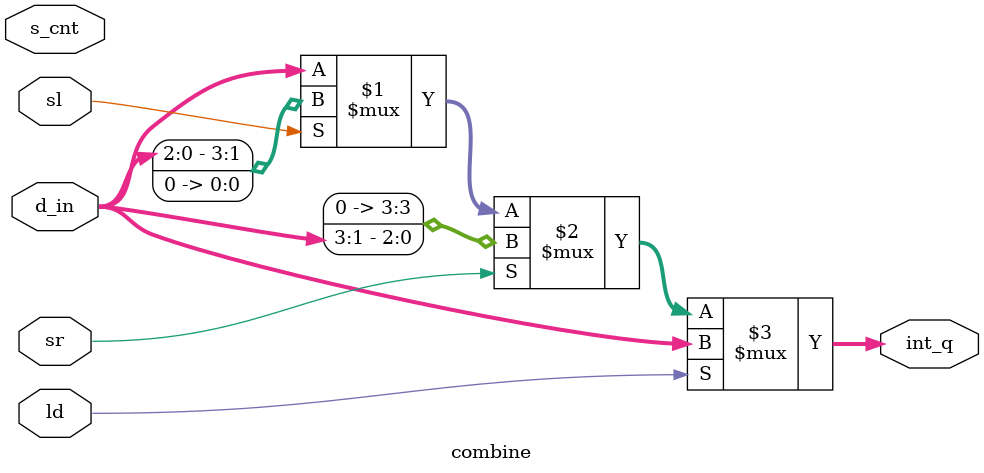
<source format=v>
module combine (
    input wire [3:0] d_in,   
    input wire [3:0] s_cnt,  
    input wire sl,          
    input wire sr,          
    input wire ld,          
    output wire [3:0] int_q  
);
    assign int_q = ld ? d_in :                      
                   (sr ? {1'b0, d_in[3:1]} :        
                    sl ? {d_in[2:0], 1'b0} : d_in); 
endmodule


</source>
